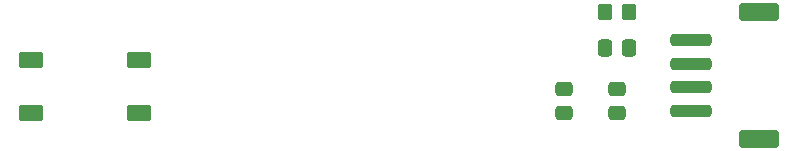
<source format=gbr>
%TF.GenerationSoftware,KiCad,Pcbnew,9.0.5*%
%TF.CreationDate,2026-02-02T17:26:05-08:00*%
%TF.ProjectId,Sensing device,53656e73-696e-4672-9064-65766963652e,1.0*%
%TF.SameCoordinates,Original*%
%TF.FileFunction,Paste,Top*%
%TF.FilePolarity,Positive*%
%FSLAX46Y46*%
G04 Gerber Fmt 4.6, Leading zero omitted, Abs format (unit mm)*
G04 Created by KiCad (PCBNEW 9.0.5) date 2026-02-02 17:26:05*
%MOMM*%
%LPD*%
G01*
G04 APERTURE LIST*
G04 Aperture macros list*
%AMRoundRect*
0 Rectangle with rounded corners*
0 $1 Rounding radius*
0 $2 $3 $4 $5 $6 $7 $8 $9 X,Y pos of 4 corners*
0 Add a 4 corners polygon primitive as box body*
4,1,4,$2,$3,$4,$5,$6,$7,$8,$9,$2,$3,0*
0 Add four circle primitives for the rounded corners*
1,1,$1+$1,$2,$3*
1,1,$1+$1,$4,$5*
1,1,$1+$1,$6,$7*
1,1,$1+$1,$8,$9*
0 Add four rect primitives between the rounded corners*
20,1,$1+$1,$2,$3,$4,$5,0*
20,1,$1+$1,$4,$5,$6,$7,0*
20,1,$1+$1,$6,$7,$8,$9,0*
20,1,$1+$1,$8,$9,$2,$3,0*%
G04 Aperture macros list end*
%ADD10RoundRect,0.250000X-0.800000X-0.450000X0.800000X-0.450000X0.800000X0.450000X-0.800000X0.450000X0*%
%ADD11RoundRect,0.250000X-0.337500X-0.475000X0.337500X-0.475000X0.337500X0.475000X-0.337500X0.475000X0*%
%ADD12RoundRect,0.250000X1.500000X-0.250000X1.500000X0.250000X-1.500000X0.250000X-1.500000X-0.250000X0*%
%ADD13RoundRect,0.250001X1.449999X-0.499999X1.449999X0.499999X-1.449999X0.499999X-1.449999X-0.499999X0*%
%ADD14RoundRect,0.250000X0.350000X0.450000X-0.350000X0.450000X-0.350000X-0.450000X0.350000X-0.450000X0*%
%ADD15RoundRect,0.250000X0.475000X-0.337500X0.475000X0.337500X-0.475000X0.337500X-0.475000X-0.337500X0*%
G04 APERTURE END LIST*
D10*
%TO.C,SW1*%
X117400000Y-83500000D03*
X126500000Y-83500000D03*
X117400000Y-88000000D03*
X126500000Y-88000000D03*
%TD*%
D11*
%TO.C,C3*%
X165925000Y-82462500D03*
X168000000Y-82462500D03*
%TD*%
D12*
%TO.C,J2*%
X173250000Y-87812500D03*
X173250000Y-85812500D03*
X173250000Y-83812500D03*
X173250000Y-81812500D03*
D13*
X179000000Y-90162500D03*
X179000000Y-79462500D03*
%TD*%
D14*
%TO.C,R1*%
X168000000Y-79462500D03*
X166000000Y-79462500D03*
%TD*%
D15*
%TO.C,C1*%
X167000000Y-88037500D03*
X167000000Y-85962500D03*
%TD*%
%TO.C,C2*%
X162462500Y-88037500D03*
X162462500Y-85962500D03*
%TD*%
M02*

</source>
